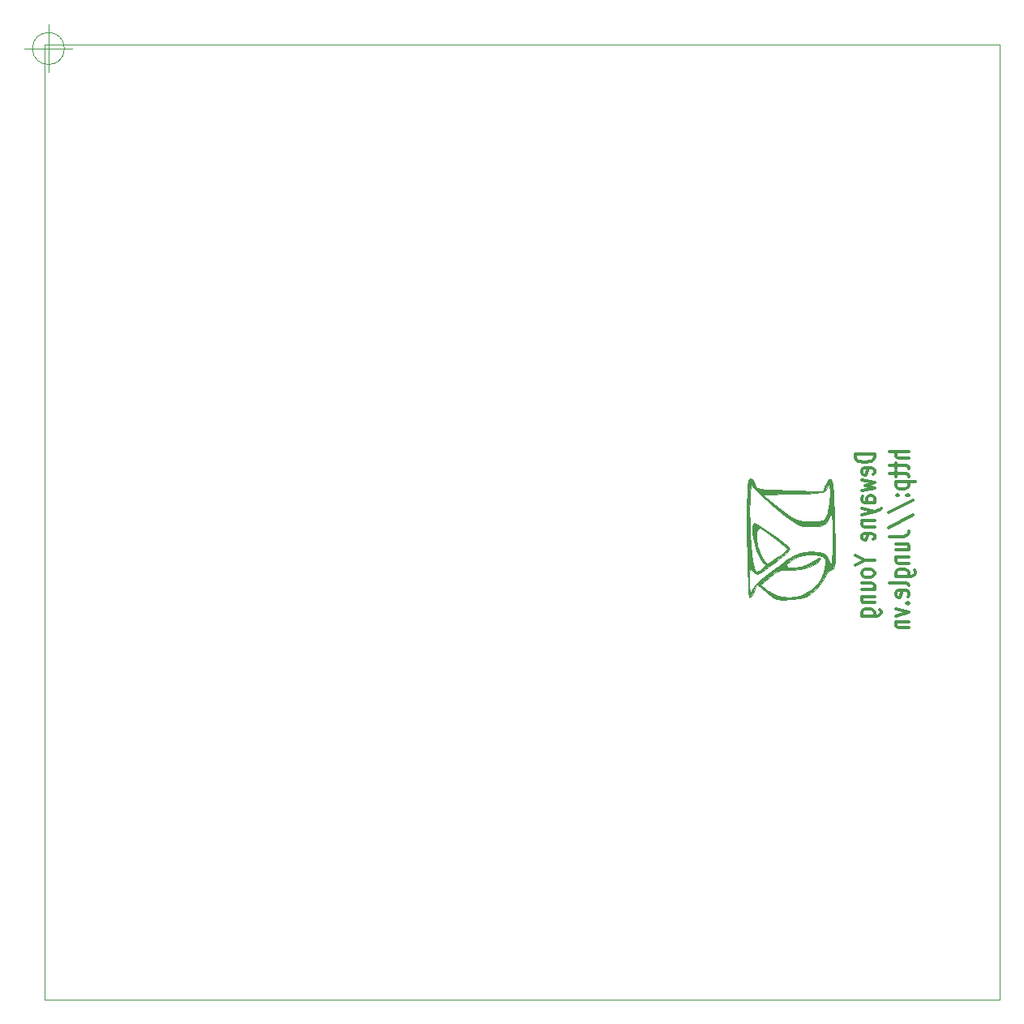
<source format=gbo>
G04 #@! TF.FileFunction,Legend,Bot*
%FSLAX46Y46*%
G04 Gerber Fmt 4.6, Leading zero omitted, Abs format (unit mm)*
G04 Created by KiCad (PCBNEW (after 2015-may-25 BZR unknown)-product) date 31/07/2015 1:32:04 PM*
%MOMM*%
G01*
G04 APERTURE LIST*
%ADD10C,0.150000*%
%ADD11C,0.025400*%
%ADD12C,0.304800*%
%ADD13C,0.100000*%
G04 APERTURE END LIST*
D10*
D11*
X73806666Y-54360000D02*
G75*
G03X73806666Y-54360000I-1666666J0D01*
G01*
X69640000Y-54360000D02*
X74640000Y-54360000D01*
X72140000Y-51860000D02*
X72140000Y-56860000D01*
X73806666Y-54360000D02*
G75*
G03X73806666Y-54360000I-1666666J0D01*
G01*
X69640000Y-54360000D02*
X74640000Y-54360000D01*
X72140000Y-51860000D02*
X72140000Y-56860000D01*
X73806666Y-54360000D02*
G75*
G03X73806666Y-54360000I-1666666J0D01*
G01*
X69640000Y-54360000D02*
X74640000Y-54360000D01*
X72140000Y-51860000D02*
X72140000Y-56860000D01*
X73806666Y-54360000D02*
G75*
G03X73806666Y-54360000I-1666666J0D01*
G01*
X69640000Y-54360000D02*
X74640000Y-54360000D01*
X72140000Y-51860000D02*
X72140000Y-56860000D01*
X73806666Y-54360000D02*
G75*
G03X73806666Y-54360000I-1666666J0D01*
G01*
X69640000Y-54360000D02*
X74640000Y-54360000D01*
X72140000Y-51860000D02*
X72140000Y-56860000D01*
D12*
X161969238Y-96489715D02*
X159937238Y-96489715D01*
X161969238Y-97142858D02*
X160904857Y-97142858D01*
X160711333Y-97070287D01*
X160614571Y-96925144D01*
X160614571Y-96707429D01*
X160711333Y-96562287D01*
X160808095Y-96489715D01*
X160614571Y-97650858D02*
X160614571Y-98231429D01*
X159937238Y-97868572D02*
X161678952Y-97868572D01*
X161872476Y-97941144D01*
X161969238Y-98086286D01*
X161969238Y-98231429D01*
X160614571Y-98521715D02*
X160614571Y-99102286D01*
X159937238Y-98739429D02*
X161678952Y-98739429D01*
X161872476Y-98812001D01*
X161969238Y-98957143D01*
X161969238Y-99102286D01*
X160614571Y-99610286D02*
X162646571Y-99610286D01*
X160711333Y-99610286D02*
X160614571Y-99755429D01*
X160614571Y-100045715D01*
X160711333Y-100190858D01*
X160808095Y-100263429D01*
X161001619Y-100336000D01*
X161582190Y-100336000D01*
X161775714Y-100263429D01*
X161872476Y-100190858D01*
X161969238Y-100045715D01*
X161969238Y-99755429D01*
X161872476Y-99610286D01*
X161775714Y-100989143D02*
X161872476Y-101061715D01*
X161969238Y-100989143D01*
X161872476Y-100916572D01*
X161775714Y-100989143D01*
X161969238Y-100989143D01*
X160711333Y-100989143D02*
X160808095Y-101061715D01*
X160904857Y-100989143D01*
X160808095Y-100916572D01*
X160711333Y-100989143D01*
X160904857Y-100989143D01*
X159840476Y-102803429D02*
X162453048Y-101497143D01*
X159840476Y-104400000D02*
X162453048Y-103093714D01*
X159937238Y-105343428D02*
X161388667Y-105343428D01*
X161678952Y-105270856D01*
X161872476Y-105125713D01*
X161969238Y-104907999D01*
X161969238Y-104762856D01*
X160614571Y-106722285D02*
X161969238Y-106722285D01*
X160614571Y-106069142D02*
X161678952Y-106069142D01*
X161872476Y-106141714D01*
X161969238Y-106286856D01*
X161969238Y-106504571D01*
X161872476Y-106649714D01*
X161775714Y-106722285D01*
X160614571Y-107447999D02*
X161969238Y-107447999D01*
X160808095Y-107447999D02*
X160711333Y-107520571D01*
X160614571Y-107665713D01*
X160614571Y-107883428D01*
X160711333Y-108028571D01*
X160904857Y-108101142D01*
X161969238Y-108101142D01*
X160614571Y-109479999D02*
X162259524Y-109479999D01*
X162453048Y-109407428D01*
X162549810Y-109334856D01*
X162646571Y-109189713D01*
X162646571Y-108971999D01*
X162549810Y-108826856D01*
X161872476Y-109479999D02*
X161969238Y-109334856D01*
X161969238Y-109044570D01*
X161872476Y-108899428D01*
X161775714Y-108826856D01*
X161582190Y-108754285D01*
X161001619Y-108754285D01*
X160808095Y-108826856D01*
X160711333Y-108899428D01*
X160614571Y-109044570D01*
X160614571Y-109334856D01*
X160711333Y-109479999D01*
X161969238Y-110423427D02*
X161872476Y-110278285D01*
X161678952Y-110205713D01*
X159937238Y-110205713D01*
X161872476Y-111584571D02*
X161969238Y-111439428D01*
X161969238Y-111149142D01*
X161872476Y-111003999D01*
X161678952Y-110931428D01*
X160904857Y-110931428D01*
X160711333Y-111003999D01*
X160614571Y-111149142D01*
X160614571Y-111439428D01*
X160711333Y-111584571D01*
X160904857Y-111657142D01*
X161098381Y-111657142D01*
X161291905Y-110931428D01*
X161775714Y-112310285D02*
X161872476Y-112382857D01*
X161969238Y-112310285D01*
X161872476Y-112237714D01*
X161775714Y-112310285D01*
X161969238Y-112310285D01*
X160614571Y-112890856D02*
X161969238Y-113253713D01*
X160614571Y-113616571D01*
X160614571Y-114197142D02*
X161969238Y-114197142D01*
X160808095Y-114197142D02*
X160711333Y-114269714D01*
X160614571Y-114414856D01*
X160614571Y-114632571D01*
X160711333Y-114777714D01*
X160904857Y-114850285D01*
X161969238Y-114850285D01*
X158399238Y-96705429D02*
X156367238Y-96705429D01*
X156367238Y-97068286D01*
X156464000Y-97286001D01*
X156657524Y-97431143D01*
X156851048Y-97503715D01*
X157238095Y-97576286D01*
X157528381Y-97576286D01*
X157915429Y-97503715D01*
X158108952Y-97431143D01*
X158302476Y-97286001D01*
X158399238Y-97068286D01*
X158399238Y-96705429D01*
X158302476Y-98810001D02*
X158399238Y-98664858D01*
X158399238Y-98374572D01*
X158302476Y-98229429D01*
X158108952Y-98156858D01*
X157334857Y-98156858D01*
X157141333Y-98229429D01*
X157044571Y-98374572D01*
X157044571Y-98664858D01*
X157141333Y-98810001D01*
X157334857Y-98882572D01*
X157528381Y-98882572D01*
X157721905Y-98156858D01*
X157044571Y-99390572D02*
X158399238Y-99680858D01*
X157431619Y-99971144D01*
X158399238Y-100261429D01*
X157044571Y-100551715D01*
X158399238Y-101785429D02*
X157334857Y-101785429D01*
X157141333Y-101712858D01*
X157044571Y-101567715D01*
X157044571Y-101277429D01*
X157141333Y-101132286D01*
X158302476Y-101785429D02*
X158399238Y-101640286D01*
X158399238Y-101277429D01*
X158302476Y-101132286D01*
X158108952Y-101059715D01*
X157915429Y-101059715D01*
X157721905Y-101132286D01*
X157625143Y-101277429D01*
X157625143Y-101640286D01*
X157528381Y-101785429D01*
X157044571Y-102366000D02*
X158399238Y-102728857D01*
X157044571Y-103091715D02*
X158399238Y-102728857D01*
X158883048Y-102583715D01*
X158979810Y-102511143D01*
X159076571Y-102366000D01*
X157044571Y-103672286D02*
X158399238Y-103672286D01*
X157238095Y-103672286D02*
X157141333Y-103744858D01*
X157044571Y-103890000D01*
X157044571Y-104107715D01*
X157141333Y-104252858D01*
X157334857Y-104325429D01*
X158399238Y-104325429D01*
X158302476Y-105631715D02*
X158399238Y-105486572D01*
X158399238Y-105196286D01*
X158302476Y-105051143D01*
X158108952Y-104978572D01*
X157334857Y-104978572D01*
X157141333Y-105051143D01*
X157044571Y-105196286D01*
X157044571Y-105486572D01*
X157141333Y-105631715D01*
X157334857Y-105704286D01*
X157528381Y-105704286D01*
X157721905Y-104978572D01*
X157431619Y-107808858D02*
X158399238Y-107808858D01*
X156367238Y-107300858D02*
X157431619Y-107808858D01*
X156367238Y-108316858D01*
X158399238Y-109042572D02*
X158302476Y-108897430D01*
X158205714Y-108824858D01*
X158012190Y-108752287D01*
X157431619Y-108752287D01*
X157238095Y-108824858D01*
X157141333Y-108897430D01*
X157044571Y-109042572D01*
X157044571Y-109260287D01*
X157141333Y-109405430D01*
X157238095Y-109478001D01*
X157431619Y-109550572D01*
X158012190Y-109550572D01*
X158205714Y-109478001D01*
X158302476Y-109405430D01*
X158399238Y-109260287D01*
X158399238Y-109042572D01*
X157044571Y-110856858D02*
X158399238Y-110856858D01*
X157044571Y-110203715D02*
X158108952Y-110203715D01*
X158302476Y-110276287D01*
X158399238Y-110421429D01*
X158399238Y-110639144D01*
X158302476Y-110784287D01*
X158205714Y-110856858D01*
X157044571Y-111582572D02*
X158399238Y-111582572D01*
X157238095Y-111582572D02*
X157141333Y-111655144D01*
X157044571Y-111800286D01*
X157044571Y-112018001D01*
X157141333Y-112163144D01*
X157334857Y-112235715D01*
X158399238Y-112235715D01*
X157044571Y-113614572D02*
X158689524Y-113614572D01*
X158883048Y-113542001D01*
X158979810Y-113469429D01*
X159076571Y-113324286D01*
X159076571Y-113106572D01*
X158979810Y-112961429D01*
X158302476Y-113614572D02*
X158399238Y-113469429D01*
X158399238Y-113179143D01*
X158302476Y-113034001D01*
X158205714Y-112961429D01*
X158012190Y-112888858D01*
X157431619Y-112888858D01*
X157238095Y-112961429D01*
X157141333Y-113034001D01*
X157044571Y-113179143D01*
X157044571Y-113469429D01*
X157141333Y-113614572D01*
D11*
X71755000Y-53975000D02*
X71755000Y-153670000D01*
X171450000Y-53975000D02*
X71755000Y-53975000D01*
X171450000Y-153670000D02*
X171450000Y-53975000D01*
X71755000Y-153670000D02*
X171450000Y-153670000D01*
D13*
G36*
X148787982Y-111919195D02*
X149677236Y-111882460D01*
X150649070Y-111785476D01*
X150922256Y-111704656D01*
X149467822Y-111704656D01*
X148295726Y-111566609D01*
X147304234Y-111047986D01*
X147249649Y-111000589D01*
X146507291Y-110335761D01*
X147400701Y-109564279D01*
X148060646Y-109081859D01*
X148732425Y-108852663D01*
X149666897Y-108792854D01*
X149709134Y-108792798D01*
X150690285Y-108697544D01*
X151610192Y-108449082D01*
X152327562Y-108103358D01*
X152701101Y-107716321D01*
X152725000Y-107598614D01*
X152563725Y-107565271D01*
X152203422Y-107822091D01*
X151606043Y-108173583D01*
X150790914Y-108440564D01*
X149972063Y-108574366D01*
X149363515Y-108526325D01*
X149279705Y-108486888D01*
X149242462Y-108221592D01*
X149692467Y-107785382D01*
X149792681Y-107712263D01*
X150531377Y-107365835D01*
X151418688Y-107194276D01*
X152287402Y-107198985D01*
X152970308Y-107381356D01*
X153282198Y-107683123D01*
X153297312Y-108244268D01*
X153092360Y-109041294D01*
X152728285Y-109861694D01*
X152592708Y-110087435D01*
X151763816Y-110939860D01*
X150673020Y-111487337D01*
X149467822Y-111704656D01*
X150922256Y-111704656D01*
X151298538Y-111593336D01*
X151832263Y-111224663D01*
X152165855Y-110902334D01*
X152748656Y-110222116D01*
X153180192Y-109570140D01*
X153264010Y-109390567D01*
X153586874Y-108909984D01*
X153909076Y-108755001D01*
X154082565Y-108682603D01*
X154194972Y-108409927D01*
X154255732Y-107853746D01*
X154274280Y-106930834D01*
X154261520Y-105646146D01*
X154232026Y-104213572D01*
X154192405Y-102786326D01*
X154148472Y-101555571D01*
X154116603Y-100883646D01*
X154018636Y-99855457D01*
X153864121Y-99341563D01*
X153642357Y-99329084D01*
X153342644Y-99805138D01*
X153298802Y-99899153D01*
X152993916Y-100568306D01*
X149486020Y-100494466D01*
X148066444Y-100460905D01*
X147090072Y-100419855D01*
X146471012Y-100355317D01*
X146123371Y-100251292D01*
X145961254Y-100091780D01*
X145898770Y-99860783D01*
X145893577Y-99825313D01*
X145684411Y-99359868D01*
X145430888Y-99230001D01*
X145309152Y-99301535D01*
X145216933Y-99555132D01*
X145150963Y-100049282D01*
X145107972Y-100842477D01*
X145084692Y-101993208D01*
X145077854Y-103559964D01*
X145083415Y-105447709D01*
X145102186Y-107268136D01*
X145137704Y-108859172D01*
X145187085Y-110154593D01*
X145247445Y-111088174D01*
X145315899Y-111593692D01*
X145354215Y-111665417D01*
X145612898Y-111446491D01*
X145761941Y-111159093D01*
X145475065Y-111159093D01*
X145391499Y-111069956D01*
X145350104Y-110546420D01*
X145337554Y-109961202D01*
X145339453Y-109112444D01*
X145390374Y-108714859D01*
X145514296Y-108691046D01*
X145673403Y-108877144D01*
X146114341Y-109206582D01*
X146401007Y-109142883D01*
X147009048Y-108740125D01*
X147703476Y-108230121D01*
X147210529Y-108230121D01*
X146660472Y-107530838D01*
X146373974Y-106982422D01*
X146177782Y-106264607D01*
X146080885Y-105515090D01*
X146092272Y-104871571D01*
X146220932Y-104471748D01*
X146458854Y-104442374D01*
X147058090Y-104838132D01*
X147768392Y-105350967D01*
X148460300Y-105881077D01*
X149004355Y-106328661D01*
X149271097Y-106593917D01*
X149279767Y-106617040D01*
X149079491Y-106846332D01*
X148576963Y-107255587D01*
X148242323Y-107500373D01*
X147210529Y-108230121D01*
X147703476Y-108230121D01*
X147744089Y-108200294D01*
X148483704Y-107620941D01*
X149105466Y-107099614D01*
X149486951Y-106733862D01*
X149550000Y-106633764D01*
X149352041Y-106378096D01*
X148839037Y-105929314D01*
X148132297Y-105376097D01*
X147353131Y-104807124D01*
X146622846Y-104311076D01*
X146062751Y-103976632D01*
X145797116Y-103890318D01*
X145640975Y-104266286D01*
X145668236Y-104971142D01*
X145837093Y-105855671D01*
X146105742Y-106770660D01*
X146432376Y-107566892D01*
X146775193Y-108095154D01*
X147011782Y-108225834D01*
X147023626Y-108345003D01*
X146758496Y-108609027D01*
X146385230Y-108877684D01*
X146072665Y-109010748D01*
X146066195Y-109011169D01*
X145914470Y-108782441D01*
X145724517Y-108190219D01*
X145623178Y-107762813D01*
X145527613Y-107097193D01*
X145451886Y-106156657D01*
X145396606Y-105036252D01*
X145362382Y-103831023D01*
X145349823Y-102636014D01*
X145359539Y-101546271D01*
X145392138Y-100656838D01*
X145448229Y-100062762D01*
X145528422Y-99859087D01*
X145572926Y-99921080D01*
X145864149Y-100310171D01*
X146476635Y-100933432D01*
X147315060Y-101698734D01*
X148105301Y-102368476D01*
X149120339Y-103190619D01*
X149846180Y-103731334D01*
X150398889Y-104049457D01*
X150894529Y-104203828D01*
X151449163Y-104253284D01*
X151830746Y-104257084D01*
X152666024Y-104234538D01*
X153141923Y-104112865D01*
X153427923Y-103811007D01*
X153468236Y-103727917D01*
X151682187Y-103727917D01*
X150905634Y-103705707D01*
X150311867Y-103593765D01*
X149740265Y-103324124D01*
X149030209Y-102828817D01*
X148399555Y-102338855D01*
X146637138Y-100949792D01*
X149908624Y-100876018D01*
X151278853Y-100839451D01*
X152214580Y-100791032D01*
X152810440Y-100713154D01*
X153161064Y-100588210D01*
X153361088Y-100398594D01*
X153463814Y-100214560D01*
X153635032Y-99924095D01*
X153723697Y-100016302D01*
X153759840Y-100553866D01*
X153765426Y-100844164D01*
X153710896Y-101802703D01*
X153553020Y-102694217D01*
X153492867Y-102894685D01*
X153297526Y-103364971D01*
X153030958Y-103613639D01*
X152540073Y-103711139D01*
X151682187Y-103727917D01*
X153468236Y-103727917D01*
X153628699Y-103397188D01*
X153789029Y-103063123D01*
X153895961Y-102974185D01*
X153960233Y-103192701D01*
X153992583Y-103781001D01*
X154003748Y-104801412D01*
X154004750Y-105580000D01*
X154000727Y-106868062D01*
X153981499Y-107689305D01*
X153936328Y-108106055D01*
X153854478Y-108180641D01*
X153725209Y-107975391D01*
X153628699Y-107762813D01*
X153370040Y-107259812D01*
X153052037Y-107004574D01*
X152502687Y-106913595D01*
X151857491Y-106902917D01*
X151196872Y-106926578D01*
X150640513Y-107035603D01*
X150061188Y-107287054D01*
X149331674Y-107737995D01*
X148324745Y-108445488D01*
X148170602Y-108556563D01*
X147192761Y-109305406D01*
X146368960Y-110016612D01*
X145804326Y-110594811D01*
X145618657Y-110871667D01*
X145475065Y-111159093D01*
X145761941Y-111159093D01*
X145855285Y-110979099D01*
X146116222Y-110292781D01*
X147080676Y-111139583D01*
X147660013Y-111608918D01*
X148160512Y-111849161D01*
X148787982Y-111919195D01*
X148787982Y-111919195D01*
X148787982Y-111919195D01*
G37*
X148787982Y-111919195D02*
X149677236Y-111882460D01*
X150649070Y-111785476D01*
X150922256Y-111704656D01*
X149467822Y-111704656D01*
X148295726Y-111566609D01*
X147304234Y-111047986D01*
X147249649Y-111000589D01*
X146507291Y-110335761D01*
X147400701Y-109564279D01*
X148060646Y-109081859D01*
X148732425Y-108852663D01*
X149666897Y-108792854D01*
X149709134Y-108792798D01*
X150690285Y-108697544D01*
X151610192Y-108449082D01*
X152327562Y-108103358D01*
X152701101Y-107716321D01*
X152725000Y-107598614D01*
X152563725Y-107565271D01*
X152203422Y-107822091D01*
X151606043Y-108173583D01*
X150790914Y-108440564D01*
X149972063Y-108574366D01*
X149363515Y-108526325D01*
X149279705Y-108486888D01*
X149242462Y-108221592D01*
X149692467Y-107785382D01*
X149792681Y-107712263D01*
X150531377Y-107365835D01*
X151418688Y-107194276D01*
X152287402Y-107198985D01*
X152970308Y-107381356D01*
X153282198Y-107683123D01*
X153297312Y-108244268D01*
X153092360Y-109041294D01*
X152728285Y-109861694D01*
X152592708Y-110087435D01*
X151763816Y-110939860D01*
X150673020Y-111487337D01*
X149467822Y-111704656D01*
X150922256Y-111704656D01*
X151298538Y-111593336D01*
X151832263Y-111224663D01*
X152165855Y-110902334D01*
X152748656Y-110222116D01*
X153180192Y-109570140D01*
X153264010Y-109390567D01*
X153586874Y-108909984D01*
X153909076Y-108755001D01*
X154082565Y-108682603D01*
X154194972Y-108409927D01*
X154255732Y-107853746D01*
X154274280Y-106930834D01*
X154261520Y-105646146D01*
X154232026Y-104213572D01*
X154192405Y-102786326D01*
X154148472Y-101555571D01*
X154116603Y-100883646D01*
X154018636Y-99855457D01*
X153864121Y-99341563D01*
X153642357Y-99329084D01*
X153342644Y-99805138D01*
X153298802Y-99899153D01*
X152993916Y-100568306D01*
X149486020Y-100494466D01*
X148066444Y-100460905D01*
X147090072Y-100419855D01*
X146471012Y-100355317D01*
X146123371Y-100251292D01*
X145961254Y-100091780D01*
X145898770Y-99860783D01*
X145893577Y-99825313D01*
X145684411Y-99359868D01*
X145430888Y-99230001D01*
X145309152Y-99301535D01*
X145216933Y-99555132D01*
X145150963Y-100049282D01*
X145107972Y-100842477D01*
X145084692Y-101993208D01*
X145077854Y-103559964D01*
X145083415Y-105447709D01*
X145102186Y-107268136D01*
X145137704Y-108859172D01*
X145187085Y-110154593D01*
X145247445Y-111088174D01*
X145315899Y-111593692D01*
X145354215Y-111665417D01*
X145612898Y-111446491D01*
X145761941Y-111159093D01*
X145475065Y-111159093D01*
X145391499Y-111069956D01*
X145350104Y-110546420D01*
X145337554Y-109961202D01*
X145339453Y-109112444D01*
X145390374Y-108714859D01*
X145514296Y-108691046D01*
X145673403Y-108877144D01*
X146114341Y-109206582D01*
X146401007Y-109142883D01*
X147009048Y-108740125D01*
X147703476Y-108230121D01*
X147210529Y-108230121D01*
X146660472Y-107530838D01*
X146373974Y-106982422D01*
X146177782Y-106264607D01*
X146080885Y-105515090D01*
X146092272Y-104871571D01*
X146220932Y-104471748D01*
X146458854Y-104442374D01*
X147058090Y-104838132D01*
X147768392Y-105350967D01*
X148460300Y-105881077D01*
X149004355Y-106328661D01*
X149271097Y-106593917D01*
X149279767Y-106617040D01*
X149079491Y-106846332D01*
X148576963Y-107255587D01*
X148242323Y-107500373D01*
X147210529Y-108230121D01*
X147703476Y-108230121D01*
X147744089Y-108200294D01*
X148483704Y-107620941D01*
X149105466Y-107099614D01*
X149486951Y-106733862D01*
X149550000Y-106633764D01*
X149352041Y-106378096D01*
X148839037Y-105929314D01*
X148132297Y-105376097D01*
X147353131Y-104807124D01*
X146622846Y-104311076D01*
X146062751Y-103976632D01*
X145797116Y-103890318D01*
X145640975Y-104266286D01*
X145668236Y-104971142D01*
X145837093Y-105855671D01*
X146105742Y-106770660D01*
X146432376Y-107566892D01*
X146775193Y-108095154D01*
X147011782Y-108225834D01*
X147023626Y-108345003D01*
X146758496Y-108609027D01*
X146385230Y-108877684D01*
X146072665Y-109010748D01*
X146066195Y-109011169D01*
X145914470Y-108782441D01*
X145724517Y-108190219D01*
X145623178Y-107762813D01*
X145527613Y-107097193D01*
X145451886Y-106156657D01*
X145396606Y-105036252D01*
X145362382Y-103831023D01*
X145349823Y-102636014D01*
X145359539Y-101546271D01*
X145392138Y-100656838D01*
X145448229Y-100062762D01*
X145528422Y-99859087D01*
X145572926Y-99921080D01*
X145864149Y-100310171D01*
X146476635Y-100933432D01*
X147315060Y-101698734D01*
X148105301Y-102368476D01*
X149120339Y-103190619D01*
X149846180Y-103731334D01*
X150398889Y-104049457D01*
X150894529Y-104203828D01*
X151449163Y-104253284D01*
X151830746Y-104257084D01*
X152666024Y-104234538D01*
X153141923Y-104112865D01*
X153427923Y-103811007D01*
X153468236Y-103727917D01*
X151682187Y-103727917D01*
X150905634Y-103705707D01*
X150311867Y-103593765D01*
X149740265Y-103324124D01*
X149030209Y-102828817D01*
X148399555Y-102338855D01*
X146637138Y-100949792D01*
X149908624Y-100876018D01*
X151278853Y-100839451D01*
X152214580Y-100791032D01*
X152810440Y-100713154D01*
X153161064Y-100588210D01*
X153361088Y-100398594D01*
X153463814Y-100214560D01*
X153635032Y-99924095D01*
X153723697Y-100016302D01*
X153759840Y-100553866D01*
X153765426Y-100844164D01*
X153710896Y-101802703D01*
X153553020Y-102694217D01*
X153492867Y-102894685D01*
X153297526Y-103364971D01*
X153030958Y-103613639D01*
X152540073Y-103711139D01*
X151682187Y-103727917D01*
X153468236Y-103727917D01*
X153628699Y-103397188D01*
X153789029Y-103063123D01*
X153895961Y-102974185D01*
X153960233Y-103192701D01*
X153992583Y-103781001D01*
X154003748Y-104801412D01*
X154004750Y-105580000D01*
X154000727Y-106868062D01*
X153981499Y-107689305D01*
X153936328Y-108106055D01*
X153854478Y-108180641D01*
X153725209Y-107975391D01*
X153628699Y-107762813D01*
X153370040Y-107259812D01*
X153052037Y-107004574D01*
X152502687Y-106913595D01*
X151857491Y-106902917D01*
X151196872Y-106926578D01*
X150640513Y-107035603D01*
X150061188Y-107287054D01*
X149331674Y-107737995D01*
X148324745Y-108445488D01*
X148170602Y-108556563D01*
X147192761Y-109305406D01*
X146368960Y-110016612D01*
X145804326Y-110594811D01*
X145618657Y-110871667D01*
X145475065Y-111159093D01*
X145761941Y-111159093D01*
X145855285Y-110979099D01*
X146116222Y-110292781D01*
X147080676Y-111139583D01*
X147660013Y-111608918D01*
X148160512Y-111849161D01*
X148787982Y-111919195D01*
X148787982Y-111919195D01*
M02*

</source>
